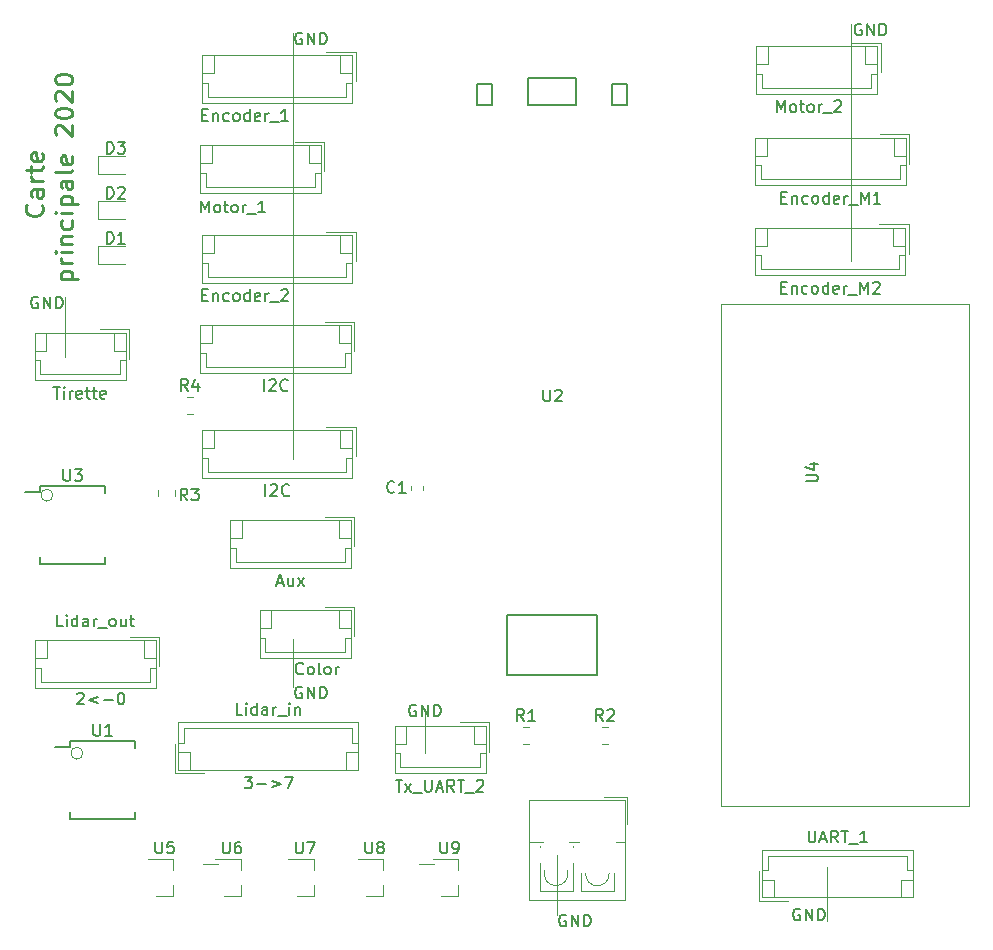
<source format=gbr>
G04 #@! TF.GenerationSoftware,KiCad,Pcbnew,5.1.5*
G04 #@! TF.CreationDate,2020-03-10T21:21:54+01:00*
G04 #@! TF.ProjectId,robotA_2020,726f626f-7441-45f3-9230-32302e6b6963,rev?*
G04 #@! TF.SameCoordinates,Original*
G04 #@! TF.FileFunction,Legend,Top*
G04 #@! TF.FilePolarity,Positive*
%FSLAX46Y46*%
G04 Gerber Fmt 4.6, Leading zero omitted, Abs format (unit mm)*
G04 Created by KiCad (PCBNEW 5.1.5) date 2020-03-10 21:21:54*
%MOMM*%
%LPD*%
G04 APERTURE LIST*
%ADD10C,0.220000*%
%ADD11C,0.150000*%
%ADD12C,0.120000*%
G04 APERTURE END LIST*
D10*
X125030714Y-82077428D02*
X125102142Y-82148857D01*
X125173571Y-82363142D01*
X125173571Y-82506000D01*
X125102142Y-82720285D01*
X124959285Y-82863142D01*
X124816428Y-82934571D01*
X124530714Y-83006000D01*
X124316428Y-83006000D01*
X124030714Y-82934571D01*
X123887857Y-82863142D01*
X123745000Y-82720285D01*
X123673571Y-82506000D01*
X123673571Y-82363142D01*
X123745000Y-82148857D01*
X123816428Y-82077428D01*
X125173571Y-80791714D02*
X124387857Y-80791714D01*
X124245000Y-80863142D01*
X124173571Y-81006000D01*
X124173571Y-81291714D01*
X124245000Y-81434571D01*
X125102142Y-80791714D02*
X125173571Y-80934571D01*
X125173571Y-81291714D01*
X125102142Y-81434571D01*
X124959285Y-81506000D01*
X124816428Y-81506000D01*
X124673571Y-81434571D01*
X124602142Y-81291714D01*
X124602142Y-80934571D01*
X124530714Y-80791714D01*
X125173571Y-80077428D02*
X124173571Y-80077428D01*
X124459285Y-80077428D02*
X124316428Y-80006000D01*
X124245000Y-79934571D01*
X124173571Y-79791714D01*
X124173571Y-79648857D01*
X124173571Y-79363142D02*
X124173571Y-78791714D01*
X123673571Y-79148857D02*
X124959285Y-79148857D01*
X125102142Y-79077428D01*
X125173571Y-78934571D01*
X125173571Y-78791714D01*
X125102142Y-77720285D02*
X125173571Y-77863142D01*
X125173571Y-78148857D01*
X125102142Y-78291714D01*
X124959285Y-78363142D01*
X124387857Y-78363142D01*
X124245000Y-78291714D01*
X124173571Y-78148857D01*
X124173571Y-77863142D01*
X124245000Y-77720285D01*
X124387857Y-77648857D01*
X124530714Y-77648857D01*
X124673571Y-78363142D01*
X126643571Y-88398857D02*
X128143571Y-88398857D01*
X126715000Y-88398857D02*
X126643571Y-88256000D01*
X126643571Y-87970285D01*
X126715000Y-87827428D01*
X126786428Y-87756000D01*
X126929285Y-87684571D01*
X127357857Y-87684571D01*
X127500714Y-87756000D01*
X127572142Y-87827428D01*
X127643571Y-87970285D01*
X127643571Y-88256000D01*
X127572142Y-88398857D01*
X127643571Y-87041714D02*
X126643571Y-87041714D01*
X126929285Y-87041714D02*
X126786428Y-86970285D01*
X126715000Y-86898857D01*
X126643571Y-86756000D01*
X126643571Y-86613142D01*
X127643571Y-86113142D02*
X126643571Y-86113142D01*
X126143571Y-86113142D02*
X126215000Y-86184571D01*
X126286428Y-86113142D01*
X126215000Y-86041714D01*
X126143571Y-86113142D01*
X126286428Y-86113142D01*
X126643571Y-85398857D02*
X127643571Y-85398857D01*
X126786428Y-85398857D02*
X126715000Y-85327428D01*
X126643571Y-85184571D01*
X126643571Y-84970285D01*
X126715000Y-84827428D01*
X126857857Y-84756000D01*
X127643571Y-84756000D01*
X127572142Y-83398857D02*
X127643571Y-83541714D01*
X127643571Y-83827428D01*
X127572142Y-83970285D01*
X127500714Y-84041714D01*
X127357857Y-84113142D01*
X126929285Y-84113142D01*
X126786428Y-84041714D01*
X126715000Y-83970285D01*
X126643571Y-83827428D01*
X126643571Y-83541714D01*
X126715000Y-83398857D01*
X127643571Y-82756000D02*
X126643571Y-82756000D01*
X126143571Y-82756000D02*
X126215000Y-82827428D01*
X126286428Y-82756000D01*
X126215000Y-82684571D01*
X126143571Y-82756000D01*
X126286428Y-82756000D01*
X126643571Y-82041714D02*
X128143571Y-82041714D01*
X126715000Y-82041714D02*
X126643571Y-81898857D01*
X126643571Y-81613142D01*
X126715000Y-81470285D01*
X126786428Y-81398857D01*
X126929285Y-81327428D01*
X127357857Y-81327428D01*
X127500714Y-81398857D01*
X127572142Y-81470285D01*
X127643571Y-81613142D01*
X127643571Y-81898857D01*
X127572142Y-82041714D01*
X127643571Y-80041714D02*
X126857857Y-80041714D01*
X126715000Y-80113142D01*
X126643571Y-80256000D01*
X126643571Y-80541714D01*
X126715000Y-80684571D01*
X127572142Y-80041714D02*
X127643571Y-80184571D01*
X127643571Y-80541714D01*
X127572142Y-80684571D01*
X127429285Y-80756000D01*
X127286428Y-80756000D01*
X127143571Y-80684571D01*
X127072142Y-80541714D01*
X127072142Y-80184571D01*
X127000714Y-80041714D01*
X127643571Y-79113142D02*
X127572142Y-79256000D01*
X127429285Y-79327428D01*
X126143571Y-79327428D01*
X127572142Y-77970285D02*
X127643571Y-78113142D01*
X127643571Y-78398857D01*
X127572142Y-78541714D01*
X127429285Y-78613142D01*
X126857857Y-78613142D01*
X126715000Y-78541714D01*
X126643571Y-78398857D01*
X126643571Y-78113142D01*
X126715000Y-77970285D01*
X126857857Y-77898857D01*
X127000714Y-77898857D01*
X127143571Y-78613142D01*
X126286428Y-76184571D02*
X126215000Y-76113142D01*
X126143571Y-75970285D01*
X126143571Y-75613142D01*
X126215000Y-75470285D01*
X126286428Y-75398857D01*
X126429285Y-75327428D01*
X126572142Y-75327428D01*
X126786428Y-75398857D01*
X127643571Y-76256000D01*
X127643571Y-75327428D01*
X126143571Y-74398857D02*
X126143571Y-74256000D01*
X126215000Y-74113142D01*
X126286428Y-74041714D01*
X126429285Y-73970285D01*
X126715000Y-73898857D01*
X127072142Y-73898857D01*
X127357857Y-73970285D01*
X127500714Y-74041714D01*
X127572142Y-74113142D01*
X127643571Y-74256000D01*
X127643571Y-74398857D01*
X127572142Y-74541714D01*
X127500714Y-74613142D01*
X127357857Y-74684571D01*
X127072142Y-74756000D01*
X126715000Y-74756000D01*
X126429285Y-74684571D01*
X126286428Y-74613142D01*
X126215000Y-74541714D01*
X126143571Y-74398857D01*
X126286428Y-73327428D02*
X126215000Y-73256000D01*
X126143571Y-73113142D01*
X126143571Y-72756000D01*
X126215000Y-72613142D01*
X126286428Y-72541714D01*
X126429285Y-72470285D01*
X126572142Y-72470285D01*
X126786428Y-72541714D01*
X127643571Y-73398857D01*
X127643571Y-72470285D01*
X126143571Y-71541714D02*
X126143571Y-71398857D01*
X126215000Y-71256000D01*
X126286428Y-71184571D01*
X126429285Y-71113142D01*
X126715000Y-71041714D01*
X127072142Y-71041714D01*
X127357857Y-71113142D01*
X127500714Y-71184571D01*
X127572142Y-71256000D01*
X127643571Y-71398857D01*
X127643571Y-71541714D01*
X127572142Y-71684571D01*
X127500714Y-71756000D01*
X127357857Y-71827428D01*
X127072142Y-71898857D01*
X126715000Y-71898857D01*
X126429285Y-71827428D01*
X126286428Y-71756000D01*
X126215000Y-71684571D01*
X126143571Y-71541714D01*
D11*
X128048000Y-123499619D02*
X128095619Y-123452000D01*
X128190857Y-123404380D01*
X128428952Y-123404380D01*
X128524190Y-123452000D01*
X128571809Y-123499619D01*
X128619428Y-123594857D01*
X128619428Y-123690095D01*
X128571809Y-123832952D01*
X128000380Y-124404380D01*
X128619428Y-124404380D01*
X129809904Y-123737714D02*
X129048000Y-124023428D01*
X129809904Y-124309142D01*
X130286095Y-124023428D02*
X131048000Y-124023428D01*
X131714666Y-123404380D02*
X131809904Y-123404380D01*
X131905142Y-123452000D01*
X131952761Y-123499619D01*
X132000380Y-123594857D01*
X132048000Y-123785333D01*
X132048000Y-124023428D01*
X132000380Y-124213904D01*
X131952761Y-124309142D01*
X131905142Y-124356761D01*
X131809904Y-124404380D01*
X131714666Y-124404380D01*
X131619428Y-124356761D01*
X131571809Y-124309142D01*
X131524190Y-124213904D01*
X131476571Y-124023428D01*
X131476571Y-123785333D01*
X131524190Y-123594857D01*
X131571809Y-123499619D01*
X131619428Y-123452000D01*
X131714666Y-123404380D01*
X142224380Y-130516380D02*
X142843428Y-130516380D01*
X142510095Y-130897333D01*
X142652952Y-130897333D01*
X142748190Y-130944952D01*
X142795809Y-130992571D01*
X142843428Y-131087809D01*
X142843428Y-131325904D01*
X142795809Y-131421142D01*
X142748190Y-131468761D01*
X142652952Y-131516380D01*
X142367238Y-131516380D01*
X142272000Y-131468761D01*
X142224380Y-131421142D01*
X143272000Y-131135428D02*
X144033904Y-131135428D01*
X144510095Y-130849714D02*
X145272000Y-131135428D01*
X144510095Y-131421142D01*
X145652952Y-130516380D02*
X146319619Y-130516380D01*
X145891047Y-131516380D01*
D12*
X125984000Y-106680000D02*
G75*
G03X125984000Y-106680000I-508000J0D01*
G01*
X128524000Y-128524000D02*
G75*
G03X128524000Y-128524000I-508000J0D01*
G01*
D11*
X156718095Y-124468000D02*
X156622857Y-124420380D01*
X156480000Y-124420380D01*
X156337142Y-124468000D01*
X156241904Y-124563238D01*
X156194285Y-124658476D01*
X156146666Y-124848952D01*
X156146666Y-124991809D01*
X156194285Y-125182285D01*
X156241904Y-125277523D01*
X156337142Y-125372761D01*
X156480000Y-125420380D01*
X156575238Y-125420380D01*
X156718095Y-125372761D01*
X156765714Y-125325142D01*
X156765714Y-124991809D01*
X156575238Y-124991809D01*
X157194285Y-125420380D02*
X157194285Y-124420380D01*
X157765714Y-125420380D01*
X157765714Y-124420380D01*
X158241904Y-125420380D02*
X158241904Y-124420380D01*
X158480000Y-124420380D01*
X158622857Y-124468000D01*
X158718095Y-124563238D01*
X158765714Y-124658476D01*
X158813333Y-124848952D01*
X158813333Y-124991809D01*
X158765714Y-125182285D01*
X158718095Y-125277523D01*
X158622857Y-125372761D01*
X158480000Y-125420380D01*
X158241904Y-125420380D01*
D12*
X158242000Y-137922000D02*
X156972000Y-137922000D01*
X139954000Y-137922000D02*
X138684000Y-137922000D01*
D11*
X124714095Y-89924000D02*
X124618857Y-89876380D01*
X124476000Y-89876380D01*
X124333142Y-89924000D01*
X124237904Y-90019238D01*
X124190285Y-90114476D01*
X124142666Y-90304952D01*
X124142666Y-90447809D01*
X124190285Y-90638285D01*
X124237904Y-90733523D01*
X124333142Y-90828761D01*
X124476000Y-90876380D01*
X124571238Y-90876380D01*
X124714095Y-90828761D01*
X124761714Y-90781142D01*
X124761714Y-90447809D01*
X124571238Y-90447809D01*
X125190285Y-90876380D02*
X125190285Y-89876380D01*
X125761714Y-90876380D01*
X125761714Y-89876380D01*
X126237904Y-90876380D02*
X126237904Y-89876380D01*
X126476000Y-89876380D01*
X126618857Y-89924000D01*
X126714095Y-90019238D01*
X126761714Y-90114476D01*
X126809333Y-90304952D01*
X126809333Y-90447809D01*
X126761714Y-90638285D01*
X126714095Y-90733523D01*
X126618857Y-90828761D01*
X126476000Y-90876380D01*
X126237904Y-90876380D01*
D12*
X127000000Y-94996000D02*
X127000000Y-89916000D01*
D11*
X169418095Y-142248000D02*
X169322857Y-142200380D01*
X169180000Y-142200380D01*
X169037142Y-142248000D01*
X168941904Y-142343238D01*
X168894285Y-142438476D01*
X168846666Y-142628952D01*
X168846666Y-142771809D01*
X168894285Y-142962285D01*
X168941904Y-143057523D01*
X169037142Y-143152761D01*
X169180000Y-143200380D01*
X169275238Y-143200380D01*
X169418095Y-143152761D01*
X169465714Y-143105142D01*
X169465714Y-142771809D01*
X169275238Y-142771809D01*
X169894285Y-143200380D02*
X169894285Y-142200380D01*
X170465714Y-143200380D01*
X170465714Y-142200380D01*
X170941904Y-143200380D02*
X170941904Y-142200380D01*
X171180000Y-142200380D01*
X171322857Y-142248000D01*
X171418095Y-142343238D01*
X171465714Y-142438476D01*
X171513333Y-142628952D01*
X171513333Y-142771809D01*
X171465714Y-142962285D01*
X171418095Y-143057523D01*
X171322857Y-143152761D01*
X171180000Y-143200380D01*
X170941904Y-143200380D01*
X189230095Y-141740000D02*
X189134857Y-141692380D01*
X188992000Y-141692380D01*
X188849142Y-141740000D01*
X188753904Y-141835238D01*
X188706285Y-141930476D01*
X188658666Y-142120952D01*
X188658666Y-142263809D01*
X188706285Y-142454285D01*
X188753904Y-142549523D01*
X188849142Y-142644761D01*
X188992000Y-142692380D01*
X189087238Y-142692380D01*
X189230095Y-142644761D01*
X189277714Y-142597142D01*
X189277714Y-142263809D01*
X189087238Y-142263809D01*
X189706285Y-142692380D02*
X189706285Y-141692380D01*
X190277714Y-142692380D01*
X190277714Y-141692380D01*
X190753904Y-142692380D02*
X190753904Y-141692380D01*
X190992000Y-141692380D01*
X191134857Y-141740000D01*
X191230095Y-141835238D01*
X191277714Y-141930476D01*
X191325333Y-142120952D01*
X191325333Y-142263809D01*
X191277714Y-142454285D01*
X191230095Y-142549523D01*
X191134857Y-142644761D01*
X190992000Y-142692380D01*
X190753904Y-142692380D01*
X147066095Y-122944000D02*
X146970857Y-122896380D01*
X146828000Y-122896380D01*
X146685142Y-122944000D01*
X146589904Y-123039238D01*
X146542285Y-123134476D01*
X146494666Y-123324952D01*
X146494666Y-123467809D01*
X146542285Y-123658285D01*
X146589904Y-123753523D01*
X146685142Y-123848761D01*
X146828000Y-123896380D01*
X146923238Y-123896380D01*
X147066095Y-123848761D01*
X147113714Y-123801142D01*
X147113714Y-123467809D01*
X146923238Y-123467809D01*
X147542285Y-123896380D02*
X147542285Y-122896380D01*
X148113714Y-123896380D01*
X148113714Y-122896380D01*
X148589904Y-123896380D02*
X148589904Y-122896380D01*
X148828000Y-122896380D01*
X148970857Y-122944000D01*
X149066095Y-123039238D01*
X149113714Y-123134476D01*
X149161333Y-123324952D01*
X149161333Y-123467809D01*
X149113714Y-123658285D01*
X149066095Y-123753523D01*
X148970857Y-123848761D01*
X148828000Y-123896380D01*
X148589904Y-123896380D01*
D12*
X146304000Y-71628000D02*
X146304000Y-67564000D01*
D11*
X147066095Y-67572000D02*
X146970857Y-67524380D01*
X146828000Y-67524380D01*
X146685142Y-67572000D01*
X146589904Y-67667238D01*
X146542285Y-67762476D01*
X146494666Y-67952952D01*
X146494666Y-68095809D01*
X146542285Y-68286285D01*
X146589904Y-68381523D01*
X146685142Y-68476761D01*
X146828000Y-68524380D01*
X146923238Y-68524380D01*
X147066095Y-68476761D01*
X147113714Y-68429142D01*
X147113714Y-68095809D01*
X146923238Y-68095809D01*
X147542285Y-68524380D02*
X147542285Y-67524380D01*
X148113714Y-68524380D01*
X148113714Y-67524380D01*
X148589904Y-68524380D02*
X148589904Y-67524380D01*
X148828000Y-67524380D01*
X148970857Y-67572000D01*
X149066095Y-67667238D01*
X149113714Y-67762476D01*
X149161333Y-67952952D01*
X149161333Y-68095809D01*
X149113714Y-68286285D01*
X149066095Y-68381523D01*
X148970857Y-68476761D01*
X148828000Y-68524380D01*
X148589904Y-68524380D01*
X194437095Y-66810000D02*
X194341857Y-66762380D01*
X194199000Y-66762380D01*
X194056142Y-66810000D01*
X193960904Y-66905238D01*
X193913285Y-67000476D01*
X193865666Y-67190952D01*
X193865666Y-67333809D01*
X193913285Y-67524285D01*
X193960904Y-67619523D01*
X194056142Y-67714761D01*
X194199000Y-67762380D01*
X194294238Y-67762380D01*
X194437095Y-67714761D01*
X194484714Y-67667142D01*
X194484714Y-67333809D01*
X194294238Y-67333809D01*
X194913285Y-67762380D02*
X194913285Y-66762380D01*
X195484714Y-67762380D01*
X195484714Y-66762380D01*
X195960904Y-67762380D02*
X195960904Y-66762380D01*
X196199000Y-66762380D01*
X196341857Y-66810000D01*
X196437095Y-66905238D01*
X196484714Y-67000476D01*
X196532333Y-67190952D01*
X196532333Y-67333809D01*
X196484714Y-67524285D01*
X196437095Y-67619523D01*
X196341857Y-67714761D01*
X196199000Y-67762380D01*
X195960904Y-67762380D01*
D12*
X193548000Y-66802000D02*
X193548000Y-86868000D01*
X191516000Y-138176000D02*
X191516000Y-142748000D01*
X168656000Y-137160000D02*
X168656000Y-142240000D01*
X157480000Y-128524000D02*
X157480000Y-124968000D01*
X146304000Y-118872000D02*
X146304000Y-122936000D01*
X146304000Y-87376000D02*
X146304000Y-103632000D01*
X146304000Y-79248000D02*
X146304000Y-87376000D01*
X146304000Y-71628000D02*
X146304000Y-79248000D01*
X198490000Y-76130000D02*
X195990000Y-76130000D01*
X198490000Y-78630000D02*
X198490000Y-76130000D01*
X186470000Y-77930000D02*
X186470000Y-76430000D01*
X185470000Y-77930000D02*
X186470000Y-77930000D01*
X197190000Y-77930000D02*
X197190000Y-76430000D01*
X198190000Y-77930000D02*
X197190000Y-77930000D01*
X185970000Y-78740000D02*
X185470000Y-78740000D01*
X185970000Y-79950000D02*
X185970000Y-78740000D01*
X197690000Y-79950000D02*
X185970000Y-79950000D01*
X197690000Y-78740000D02*
X197690000Y-79950000D01*
X198190000Y-78740000D02*
X197690000Y-78740000D01*
X185470000Y-80450000D02*
X198190000Y-80450000D01*
X185470000Y-76430000D02*
X185470000Y-80450000D01*
X198190000Y-76430000D02*
X185470000Y-76430000D01*
X198190000Y-80450000D02*
X198190000Y-76430000D01*
X136185000Y-140645000D02*
X136185000Y-139715000D01*
X136185000Y-137485000D02*
X136185000Y-138415000D01*
X136185000Y-137485000D02*
X134025000Y-137485000D01*
X136185000Y-140645000D02*
X134725000Y-140645000D01*
X198150000Y-88070000D02*
X198150000Y-84050000D01*
X198150000Y-84050000D02*
X185430000Y-84050000D01*
X185430000Y-84050000D02*
X185430000Y-88070000D01*
X185430000Y-88070000D02*
X198150000Y-88070000D01*
X198150000Y-86360000D02*
X197650000Y-86360000D01*
X197650000Y-86360000D02*
X197650000Y-87570000D01*
X197650000Y-87570000D02*
X185930000Y-87570000D01*
X185930000Y-87570000D02*
X185930000Y-86360000D01*
X185930000Y-86360000D02*
X185430000Y-86360000D01*
X198150000Y-85550000D02*
X197150000Y-85550000D01*
X197150000Y-85550000D02*
X197150000Y-84050000D01*
X185430000Y-85550000D02*
X186430000Y-85550000D01*
X186430000Y-85550000D02*
X186430000Y-84050000D01*
X198450000Y-86250000D02*
X198450000Y-83750000D01*
X198450000Y-83750000D02*
X195950000Y-83750000D01*
X182540000Y-133010000D02*
X182540000Y-90510000D01*
X182540000Y-90510000D02*
X203540000Y-90510000D01*
X203540000Y-90510000D02*
X203540000Y-133010000D01*
X203540000Y-133010000D02*
X182540000Y-133010000D01*
D11*
X173355000Y-71882000D02*
X173355000Y-73660000D01*
X174625000Y-71882000D02*
X173355000Y-71882000D01*
X174625000Y-73660000D02*
X174625000Y-71882000D01*
X173355000Y-73660000D02*
X174625000Y-73660000D01*
X161925000Y-71882000D02*
X161925000Y-73660000D01*
X163195000Y-71882000D02*
X161925000Y-71882000D01*
X163195000Y-73660000D02*
X163195000Y-71882000D01*
X161925000Y-73660000D02*
X163195000Y-73660000D01*
X166243000Y-71374000D02*
X170307000Y-71374000D01*
X166243000Y-73660000D02*
X166243000Y-71374000D01*
X170307000Y-73660000D02*
X166243000Y-73660000D01*
X170307000Y-71374000D02*
X170307000Y-73660000D01*
X172085000Y-116840000D02*
X172085000Y-121920000D01*
X164465000Y-116840000D02*
X172085000Y-116840000D01*
X164465000Y-121920000D02*
X164465000Y-116840000D01*
X172085000Y-121920000D02*
X164465000Y-121920000D01*
D12*
X185765000Y-141040000D02*
X188265000Y-141040000D01*
X185765000Y-138540000D02*
X185765000Y-141040000D01*
X197785000Y-139240000D02*
X197785000Y-140740000D01*
X198785000Y-139240000D02*
X197785000Y-139240000D01*
X187065000Y-139240000D02*
X187065000Y-140740000D01*
X186065000Y-139240000D02*
X187065000Y-139240000D01*
X198285000Y-138430000D02*
X198785000Y-138430000D01*
X198285000Y-137220000D02*
X198285000Y-138430000D01*
X186565000Y-137220000D02*
X198285000Y-137220000D01*
X186565000Y-138430000D02*
X186565000Y-137220000D01*
X186065000Y-138430000D02*
X186565000Y-138430000D01*
X198785000Y-136720000D02*
X186065000Y-136720000D01*
X198785000Y-140740000D02*
X198785000Y-136720000D01*
X186065000Y-140740000D02*
X198785000Y-140740000D01*
X186065000Y-136720000D02*
X186065000Y-140740000D01*
X157355000Y-106216267D02*
X157355000Y-105873733D01*
X156335000Y-106216267D02*
X156335000Y-105873733D01*
X151620000Y-69145000D02*
X149120000Y-69145000D01*
X151620000Y-71645000D02*
X151620000Y-69145000D01*
X139600000Y-70945000D02*
X139600000Y-69445000D01*
X138600000Y-70945000D02*
X139600000Y-70945000D01*
X150320000Y-70945000D02*
X150320000Y-69445000D01*
X151320000Y-70945000D02*
X150320000Y-70945000D01*
X139100000Y-71755000D02*
X138600000Y-71755000D01*
X139100000Y-72965000D02*
X139100000Y-71755000D01*
X150820000Y-72965000D02*
X139100000Y-72965000D01*
X150820000Y-71755000D02*
X150820000Y-72965000D01*
X151320000Y-71755000D02*
X150820000Y-71755000D01*
X138600000Y-73465000D02*
X151320000Y-73465000D01*
X138600000Y-69445000D02*
X138600000Y-73465000D01*
X151320000Y-69445000D02*
X138600000Y-69445000D01*
X151320000Y-73465000D02*
X151320000Y-69445000D01*
X132092500Y-85625000D02*
X129807500Y-85625000D01*
X129807500Y-85625000D02*
X129807500Y-87095000D01*
X129807500Y-87095000D02*
X132092500Y-87095000D01*
X129807500Y-83285000D02*
X132092500Y-83285000D01*
X129807500Y-81815000D02*
X129807500Y-83285000D01*
X132092500Y-81815000D02*
X129807500Y-81815000D01*
X132092500Y-78005000D02*
X129807500Y-78005000D01*
X129807500Y-78005000D02*
X129807500Y-79475000D01*
X129807500Y-79475000D02*
X132092500Y-79475000D01*
X151320000Y-105215000D02*
X151320000Y-101195000D01*
X151320000Y-101195000D02*
X138600000Y-101195000D01*
X138600000Y-101195000D02*
X138600000Y-105215000D01*
X138600000Y-105215000D02*
X151320000Y-105215000D01*
X151320000Y-103505000D02*
X150820000Y-103505000D01*
X150820000Y-103505000D02*
X150820000Y-104715000D01*
X150820000Y-104715000D02*
X139100000Y-104715000D01*
X139100000Y-104715000D02*
X139100000Y-103505000D01*
X139100000Y-103505000D02*
X138600000Y-103505000D01*
X151320000Y-102695000D02*
X150320000Y-102695000D01*
X150320000Y-102695000D02*
X150320000Y-101195000D01*
X138600000Y-102695000D02*
X139600000Y-102695000D01*
X139600000Y-102695000D02*
X139600000Y-101195000D01*
X151620000Y-103395000D02*
X151620000Y-100895000D01*
X151620000Y-100895000D02*
X149120000Y-100895000D01*
X148960000Y-76765000D02*
X146460000Y-76765000D01*
X148960000Y-79265000D02*
X148960000Y-76765000D01*
X139440000Y-78565000D02*
X139440000Y-77065000D01*
X138440000Y-78565000D02*
X139440000Y-78565000D01*
X147660000Y-78565000D02*
X147660000Y-77065000D01*
X148660000Y-78565000D02*
X147660000Y-78565000D01*
X138940000Y-79375000D02*
X138440000Y-79375000D01*
X138940000Y-80585000D02*
X138940000Y-79375000D01*
X148160000Y-80585000D02*
X138940000Y-80585000D01*
X148160000Y-79375000D02*
X148160000Y-80585000D01*
X148660000Y-79375000D02*
X148160000Y-79375000D01*
X138440000Y-81085000D02*
X148660000Y-81085000D01*
X138440000Y-77065000D02*
X138440000Y-81085000D01*
X148660000Y-77065000D02*
X138440000Y-77065000D01*
X148660000Y-81085000D02*
X148660000Y-77065000D01*
X195777000Y-72703000D02*
X195777000Y-68683000D01*
X195777000Y-68683000D02*
X185557000Y-68683000D01*
X185557000Y-68683000D02*
X185557000Y-72703000D01*
X185557000Y-72703000D02*
X195777000Y-72703000D01*
X195777000Y-70993000D02*
X195277000Y-70993000D01*
X195277000Y-70993000D02*
X195277000Y-72203000D01*
X195277000Y-72203000D02*
X186057000Y-72203000D01*
X186057000Y-72203000D02*
X186057000Y-70993000D01*
X186057000Y-70993000D02*
X185557000Y-70993000D01*
X195777000Y-70183000D02*
X194777000Y-70183000D01*
X194777000Y-70183000D02*
X194777000Y-68683000D01*
X185557000Y-70183000D02*
X186557000Y-70183000D01*
X186557000Y-70183000D02*
X186557000Y-68683000D01*
X196077000Y-70883000D02*
X196077000Y-68383000D01*
X196077000Y-68383000D02*
X193577000Y-68383000D01*
X151320000Y-88705000D02*
X151320000Y-84685000D01*
X151320000Y-84685000D02*
X138600000Y-84685000D01*
X138600000Y-84685000D02*
X138600000Y-88705000D01*
X138600000Y-88705000D02*
X151320000Y-88705000D01*
X151320000Y-86995000D02*
X150820000Y-86995000D01*
X150820000Y-86995000D02*
X150820000Y-88205000D01*
X150820000Y-88205000D02*
X139100000Y-88205000D01*
X139100000Y-88205000D02*
X139100000Y-86995000D01*
X139100000Y-86995000D02*
X138600000Y-86995000D01*
X151320000Y-86185000D02*
X150320000Y-86185000D01*
X150320000Y-86185000D02*
X150320000Y-84685000D01*
X138600000Y-86185000D02*
X139600000Y-86185000D01*
X139600000Y-86185000D02*
X139600000Y-84685000D01*
X151620000Y-86885000D02*
X151620000Y-84385000D01*
X151620000Y-84385000D02*
X149120000Y-84385000D01*
X151200000Y-112835000D02*
X151200000Y-108815000D01*
X151200000Y-108815000D02*
X140980000Y-108815000D01*
X140980000Y-108815000D02*
X140980000Y-112835000D01*
X140980000Y-112835000D02*
X151200000Y-112835000D01*
X151200000Y-111125000D02*
X150700000Y-111125000D01*
X150700000Y-111125000D02*
X150700000Y-112335000D01*
X150700000Y-112335000D02*
X141480000Y-112335000D01*
X141480000Y-112335000D02*
X141480000Y-111125000D01*
X141480000Y-111125000D02*
X140980000Y-111125000D01*
X151200000Y-110315000D02*
X150200000Y-110315000D01*
X150200000Y-110315000D02*
X150200000Y-108815000D01*
X140980000Y-110315000D02*
X141980000Y-110315000D01*
X141980000Y-110315000D02*
X141980000Y-108815000D01*
X151500000Y-111015000D02*
X151500000Y-108515000D01*
X151500000Y-108515000D02*
X149000000Y-108515000D01*
X173082890Y-138689434D02*
G75*
G02X171087000Y-138691000I-997890J-70566D01*
G01*
X169524915Y-138417767D02*
G75*
G02X167645000Y-138418000I-939915J-342233D01*
G01*
X174395000Y-136059000D02*
X173625000Y-136059000D01*
X170545000Y-136059000D02*
X169718000Y-136059000D01*
X167451000Y-136059000D02*
X166275000Y-136059000D01*
X174395000Y-140920000D02*
X166275000Y-140920000D01*
X174395000Y-132500000D02*
X166275000Y-132500000D01*
X174395000Y-140920000D02*
X174395000Y-132500000D01*
X166275000Y-140920000D02*
X166275000Y-132500000D01*
X173485000Y-140160000D02*
X170685000Y-140160000D01*
X173485000Y-140160000D02*
X173485000Y-138700000D01*
X170685000Y-140160000D02*
X170685000Y-138700000D01*
X169985000Y-140160000D02*
X167185000Y-140160000D01*
X169985000Y-136410000D02*
X169984000Y-136410000D01*
X167185000Y-136410000D02*
X167185000Y-136410000D01*
X169985000Y-140160000D02*
X169985000Y-137849000D01*
X169985000Y-136471000D02*
X169985000Y-136410000D01*
X167185000Y-140160000D02*
X167185000Y-137849000D01*
X167185000Y-136471000D02*
X167185000Y-136410000D01*
X174635000Y-134500000D02*
X174635000Y-132260000D01*
X174635000Y-132260000D02*
X172635000Y-132260000D01*
X151200000Y-96325000D02*
X151200000Y-92305000D01*
X151200000Y-92305000D02*
X138480000Y-92305000D01*
X138480000Y-92305000D02*
X138480000Y-96325000D01*
X138480000Y-96325000D02*
X151200000Y-96325000D01*
X151200000Y-94615000D02*
X150700000Y-94615000D01*
X150700000Y-94615000D02*
X150700000Y-95825000D01*
X150700000Y-95825000D02*
X138980000Y-95825000D01*
X138980000Y-95825000D02*
X138980000Y-94615000D01*
X138980000Y-94615000D02*
X138480000Y-94615000D01*
X151200000Y-93805000D02*
X150200000Y-93805000D01*
X150200000Y-93805000D02*
X150200000Y-92305000D01*
X138480000Y-93805000D02*
X139480000Y-93805000D01*
X139480000Y-93805000D02*
X139480000Y-92305000D01*
X151500000Y-94505000D02*
X151500000Y-92005000D01*
X151500000Y-92005000D02*
X149000000Y-92005000D01*
X136615000Y-125925000D02*
X136615000Y-129945000D01*
X136615000Y-129945000D02*
X151835000Y-129945000D01*
X151835000Y-129945000D02*
X151835000Y-125925000D01*
X151835000Y-125925000D02*
X136615000Y-125925000D01*
X136615000Y-127635000D02*
X137115000Y-127635000D01*
X137115000Y-127635000D02*
X137115000Y-126425000D01*
X137115000Y-126425000D02*
X151335000Y-126425000D01*
X151335000Y-126425000D02*
X151335000Y-127635000D01*
X151335000Y-127635000D02*
X151835000Y-127635000D01*
X136615000Y-128445000D02*
X137615000Y-128445000D01*
X137615000Y-128445000D02*
X137615000Y-129945000D01*
X151835000Y-128445000D02*
X150835000Y-128445000D01*
X150835000Y-128445000D02*
X150835000Y-129945000D01*
X136315000Y-127745000D02*
X136315000Y-130245000D01*
X136315000Y-130245000D02*
X138815000Y-130245000D01*
X165778922Y-127710000D02*
X166296078Y-127710000D01*
X165778922Y-126290000D02*
X166296078Y-126290000D01*
X172461422Y-126290000D02*
X172978578Y-126290000D01*
X172461422Y-127710000D02*
X172978578Y-127710000D01*
D11*
X127400000Y-127535000D02*
X127400000Y-128010000D01*
X132950000Y-127535000D02*
X132950000Y-128110000D01*
X132950000Y-134085000D02*
X132950000Y-133510000D01*
X127400000Y-134085000D02*
X127400000Y-133510000D01*
X127400000Y-127535000D02*
X132950000Y-127535000D01*
X127400000Y-134085000D02*
X132950000Y-134085000D01*
X127400000Y-128010000D02*
X126125000Y-128010000D01*
X124860000Y-106420000D02*
X123585000Y-106420000D01*
X124860000Y-112495000D02*
X130410000Y-112495000D01*
X124860000Y-105945000D02*
X130410000Y-105945000D01*
X124860000Y-112495000D02*
X124860000Y-111920000D01*
X130410000Y-112495000D02*
X130410000Y-111920000D01*
X130410000Y-105945000D02*
X130410000Y-106520000D01*
X124860000Y-105945000D02*
X124860000Y-106420000D01*
D12*
X141900000Y-140645000D02*
X140440000Y-140645000D01*
X141900000Y-137485000D02*
X139740000Y-137485000D01*
X141900000Y-137485000D02*
X141900000Y-138415000D01*
X141900000Y-140645000D02*
X141900000Y-139715000D01*
X148080000Y-140645000D02*
X146620000Y-140645000D01*
X148080000Y-137485000D02*
X145920000Y-137485000D01*
X148080000Y-137485000D02*
X148080000Y-138415000D01*
X148080000Y-140645000D02*
X148080000Y-139715000D01*
X153965000Y-140645000D02*
X153965000Y-139715000D01*
X153965000Y-137485000D02*
X153965000Y-138415000D01*
X153965000Y-137485000D02*
X151805000Y-137485000D01*
X153965000Y-140645000D02*
X152505000Y-140645000D01*
X160315000Y-140645000D02*
X158855000Y-140645000D01*
X160315000Y-137485000D02*
X158155000Y-137485000D01*
X160315000Y-137485000D02*
X160315000Y-138415000D01*
X160315000Y-140645000D02*
X160315000Y-139715000D01*
X134690000Y-122995000D02*
X134690000Y-118975000D01*
X134690000Y-118975000D02*
X124470000Y-118975000D01*
X124470000Y-118975000D02*
X124470000Y-122995000D01*
X124470000Y-122995000D02*
X134690000Y-122995000D01*
X134690000Y-121285000D02*
X134190000Y-121285000D01*
X134190000Y-121285000D02*
X134190000Y-122495000D01*
X134190000Y-122495000D02*
X124970000Y-122495000D01*
X124970000Y-122495000D02*
X124970000Y-121285000D01*
X124970000Y-121285000D02*
X124470000Y-121285000D01*
X134690000Y-120475000D02*
X133690000Y-120475000D01*
X133690000Y-120475000D02*
X133690000Y-118975000D01*
X124470000Y-120475000D02*
X125470000Y-120475000D01*
X125470000Y-120475000D02*
X125470000Y-118975000D01*
X134990000Y-121175000D02*
X134990000Y-118675000D01*
X134990000Y-118675000D02*
X132490000Y-118675000D01*
X151200000Y-120455000D02*
X151200000Y-116435000D01*
X151200000Y-116435000D02*
X143480000Y-116435000D01*
X143480000Y-116435000D02*
X143480000Y-120455000D01*
X143480000Y-120455000D02*
X151200000Y-120455000D01*
X151200000Y-118745000D02*
X150700000Y-118745000D01*
X150700000Y-118745000D02*
X150700000Y-119955000D01*
X150700000Y-119955000D02*
X143980000Y-119955000D01*
X143980000Y-119955000D02*
X143980000Y-118745000D01*
X143980000Y-118745000D02*
X143480000Y-118745000D01*
X151200000Y-117935000D02*
X150200000Y-117935000D01*
X150200000Y-117935000D02*
X150200000Y-116435000D01*
X143480000Y-117935000D02*
X144480000Y-117935000D01*
X144480000Y-117935000D02*
X144480000Y-116435000D01*
X151500000Y-118635000D02*
X151500000Y-116135000D01*
X151500000Y-116135000D02*
X149000000Y-116135000D01*
X132450000Y-92640000D02*
X129950000Y-92640000D01*
X132450000Y-95140000D02*
X132450000Y-92640000D01*
X125430000Y-94440000D02*
X125430000Y-92940000D01*
X124430000Y-94440000D02*
X125430000Y-94440000D01*
X131150000Y-94440000D02*
X131150000Y-92940000D01*
X132150000Y-94440000D02*
X131150000Y-94440000D01*
X124930000Y-95250000D02*
X124430000Y-95250000D01*
X124930000Y-96460000D02*
X124930000Y-95250000D01*
X131650000Y-96460000D02*
X124930000Y-96460000D01*
X131650000Y-95250000D02*
X131650000Y-96460000D01*
X132150000Y-95250000D02*
X131650000Y-95250000D01*
X124430000Y-96960000D02*
X132150000Y-96960000D01*
X124430000Y-92940000D02*
X124430000Y-96960000D01*
X132150000Y-92940000D02*
X124430000Y-92940000D01*
X132150000Y-96960000D02*
X132150000Y-92940000D01*
X162630000Y-130234000D02*
X162630000Y-126214000D01*
X162630000Y-126214000D02*
X154910000Y-126214000D01*
X154910000Y-126214000D02*
X154910000Y-130234000D01*
X154910000Y-130234000D02*
X162630000Y-130234000D01*
X162630000Y-128524000D02*
X162130000Y-128524000D01*
X162130000Y-128524000D02*
X162130000Y-129734000D01*
X162130000Y-129734000D02*
X155410000Y-129734000D01*
X155410000Y-129734000D02*
X155410000Y-128524000D01*
X155410000Y-128524000D02*
X154910000Y-128524000D01*
X162630000Y-127714000D02*
X161630000Y-127714000D01*
X161630000Y-127714000D02*
X161630000Y-126214000D01*
X154910000Y-127714000D02*
X155910000Y-127714000D01*
X155910000Y-127714000D02*
X155910000Y-126214000D01*
X162930000Y-128414000D02*
X162930000Y-125914000D01*
X162930000Y-125914000D02*
X160430000Y-125914000D01*
X134926000Y-106245922D02*
X134926000Y-106763078D01*
X136346000Y-106245922D02*
X136346000Y-106763078D01*
X137330922Y-98350000D02*
X137848078Y-98350000D01*
X137330922Y-99770000D02*
X137848078Y-99770000D01*
D11*
X187663333Y-81468571D02*
X187996666Y-81468571D01*
X188139523Y-81992380D02*
X187663333Y-81992380D01*
X187663333Y-80992380D01*
X188139523Y-80992380D01*
X188568095Y-81325714D02*
X188568095Y-81992380D01*
X188568095Y-81420952D02*
X188615714Y-81373333D01*
X188710952Y-81325714D01*
X188853809Y-81325714D01*
X188949047Y-81373333D01*
X188996666Y-81468571D01*
X188996666Y-81992380D01*
X189901428Y-81944761D02*
X189806190Y-81992380D01*
X189615714Y-81992380D01*
X189520476Y-81944761D01*
X189472857Y-81897142D01*
X189425238Y-81801904D01*
X189425238Y-81516190D01*
X189472857Y-81420952D01*
X189520476Y-81373333D01*
X189615714Y-81325714D01*
X189806190Y-81325714D01*
X189901428Y-81373333D01*
X190472857Y-81992380D02*
X190377619Y-81944761D01*
X190330000Y-81897142D01*
X190282380Y-81801904D01*
X190282380Y-81516190D01*
X190330000Y-81420952D01*
X190377619Y-81373333D01*
X190472857Y-81325714D01*
X190615714Y-81325714D01*
X190710952Y-81373333D01*
X190758571Y-81420952D01*
X190806190Y-81516190D01*
X190806190Y-81801904D01*
X190758571Y-81897142D01*
X190710952Y-81944761D01*
X190615714Y-81992380D01*
X190472857Y-81992380D01*
X191663333Y-81992380D02*
X191663333Y-80992380D01*
X191663333Y-81944761D02*
X191568095Y-81992380D01*
X191377619Y-81992380D01*
X191282380Y-81944761D01*
X191234761Y-81897142D01*
X191187142Y-81801904D01*
X191187142Y-81516190D01*
X191234761Y-81420952D01*
X191282380Y-81373333D01*
X191377619Y-81325714D01*
X191568095Y-81325714D01*
X191663333Y-81373333D01*
X192520476Y-81944761D02*
X192425238Y-81992380D01*
X192234761Y-81992380D01*
X192139523Y-81944761D01*
X192091904Y-81849523D01*
X192091904Y-81468571D01*
X192139523Y-81373333D01*
X192234761Y-81325714D01*
X192425238Y-81325714D01*
X192520476Y-81373333D01*
X192568095Y-81468571D01*
X192568095Y-81563809D01*
X192091904Y-81659047D01*
X192996666Y-81992380D02*
X192996666Y-81325714D01*
X192996666Y-81516190D02*
X193044285Y-81420952D01*
X193091904Y-81373333D01*
X193187142Y-81325714D01*
X193282380Y-81325714D01*
X193377619Y-82087619D02*
X194139523Y-82087619D01*
X194377619Y-81992380D02*
X194377619Y-80992380D01*
X194710952Y-81706666D01*
X195044285Y-80992380D01*
X195044285Y-81992380D01*
X196044285Y-81992380D02*
X195472857Y-81992380D01*
X195758571Y-81992380D02*
X195758571Y-80992380D01*
X195663333Y-81135238D01*
X195568095Y-81230476D01*
X195472857Y-81278095D01*
X134663095Y-136017380D02*
X134663095Y-136826904D01*
X134710714Y-136922142D01*
X134758333Y-136969761D01*
X134853571Y-137017380D01*
X135044047Y-137017380D01*
X135139285Y-136969761D01*
X135186904Y-136922142D01*
X135234523Y-136826904D01*
X135234523Y-136017380D01*
X136186904Y-136017380D02*
X135710714Y-136017380D01*
X135663095Y-136493571D01*
X135710714Y-136445952D01*
X135805952Y-136398333D01*
X136044047Y-136398333D01*
X136139285Y-136445952D01*
X136186904Y-136493571D01*
X136234523Y-136588809D01*
X136234523Y-136826904D01*
X136186904Y-136922142D01*
X136139285Y-136969761D01*
X136044047Y-137017380D01*
X135805952Y-137017380D01*
X135710714Y-136969761D01*
X135663095Y-136922142D01*
X187623333Y-89088571D02*
X187956666Y-89088571D01*
X188099523Y-89612380D02*
X187623333Y-89612380D01*
X187623333Y-88612380D01*
X188099523Y-88612380D01*
X188528095Y-88945714D02*
X188528095Y-89612380D01*
X188528095Y-89040952D02*
X188575714Y-88993333D01*
X188670952Y-88945714D01*
X188813809Y-88945714D01*
X188909047Y-88993333D01*
X188956666Y-89088571D01*
X188956666Y-89612380D01*
X189861428Y-89564761D02*
X189766190Y-89612380D01*
X189575714Y-89612380D01*
X189480476Y-89564761D01*
X189432857Y-89517142D01*
X189385238Y-89421904D01*
X189385238Y-89136190D01*
X189432857Y-89040952D01*
X189480476Y-88993333D01*
X189575714Y-88945714D01*
X189766190Y-88945714D01*
X189861428Y-88993333D01*
X190432857Y-89612380D02*
X190337619Y-89564761D01*
X190290000Y-89517142D01*
X190242380Y-89421904D01*
X190242380Y-89136190D01*
X190290000Y-89040952D01*
X190337619Y-88993333D01*
X190432857Y-88945714D01*
X190575714Y-88945714D01*
X190670952Y-88993333D01*
X190718571Y-89040952D01*
X190766190Y-89136190D01*
X190766190Y-89421904D01*
X190718571Y-89517142D01*
X190670952Y-89564761D01*
X190575714Y-89612380D01*
X190432857Y-89612380D01*
X191623333Y-89612380D02*
X191623333Y-88612380D01*
X191623333Y-89564761D02*
X191528095Y-89612380D01*
X191337619Y-89612380D01*
X191242380Y-89564761D01*
X191194761Y-89517142D01*
X191147142Y-89421904D01*
X191147142Y-89136190D01*
X191194761Y-89040952D01*
X191242380Y-88993333D01*
X191337619Y-88945714D01*
X191528095Y-88945714D01*
X191623333Y-88993333D01*
X192480476Y-89564761D02*
X192385238Y-89612380D01*
X192194761Y-89612380D01*
X192099523Y-89564761D01*
X192051904Y-89469523D01*
X192051904Y-89088571D01*
X192099523Y-88993333D01*
X192194761Y-88945714D01*
X192385238Y-88945714D01*
X192480476Y-88993333D01*
X192528095Y-89088571D01*
X192528095Y-89183809D01*
X192051904Y-89279047D01*
X192956666Y-89612380D02*
X192956666Y-88945714D01*
X192956666Y-89136190D02*
X193004285Y-89040952D01*
X193051904Y-88993333D01*
X193147142Y-88945714D01*
X193242380Y-88945714D01*
X193337619Y-89707619D02*
X194099523Y-89707619D01*
X194337619Y-89612380D02*
X194337619Y-88612380D01*
X194670952Y-89326666D01*
X195004285Y-88612380D01*
X195004285Y-89612380D01*
X195432857Y-88707619D02*
X195480476Y-88660000D01*
X195575714Y-88612380D01*
X195813809Y-88612380D01*
X195909047Y-88660000D01*
X195956666Y-88707619D01*
X196004285Y-88802857D01*
X196004285Y-88898095D01*
X195956666Y-89040952D01*
X195385238Y-89612380D01*
X196004285Y-89612380D01*
X189742380Y-105521904D02*
X190551904Y-105521904D01*
X190647142Y-105474285D01*
X190694761Y-105426666D01*
X190742380Y-105331428D01*
X190742380Y-105140952D01*
X190694761Y-105045714D01*
X190647142Y-104998095D01*
X190551904Y-104950476D01*
X189742380Y-104950476D01*
X190075714Y-104045714D02*
X190742380Y-104045714D01*
X189694761Y-104283809D02*
X190409047Y-104521904D01*
X190409047Y-103902857D01*
X167513095Y-97750380D02*
X167513095Y-98559904D01*
X167560714Y-98655142D01*
X167608333Y-98702761D01*
X167703571Y-98750380D01*
X167894047Y-98750380D01*
X167989285Y-98702761D01*
X168036904Y-98655142D01*
X168084523Y-98559904D01*
X168084523Y-97750380D01*
X168513095Y-97845619D02*
X168560714Y-97798000D01*
X168655952Y-97750380D01*
X168894047Y-97750380D01*
X168989285Y-97798000D01*
X169036904Y-97845619D01*
X169084523Y-97940857D01*
X169084523Y-98036095D01*
X169036904Y-98178952D01*
X168465476Y-98750380D01*
X169084523Y-98750380D01*
X189972619Y-135082380D02*
X189972619Y-135891904D01*
X190020238Y-135987142D01*
X190067857Y-136034761D01*
X190163095Y-136082380D01*
X190353571Y-136082380D01*
X190448809Y-136034761D01*
X190496428Y-135987142D01*
X190544047Y-135891904D01*
X190544047Y-135082380D01*
X190972619Y-135796666D02*
X191448809Y-135796666D01*
X190877380Y-136082380D02*
X191210714Y-135082380D01*
X191544047Y-136082380D01*
X192448809Y-136082380D02*
X192115476Y-135606190D01*
X191877380Y-136082380D02*
X191877380Y-135082380D01*
X192258333Y-135082380D01*
X192353571Y-135130000D01*
X192401190Y-135177619D01*
X192448809Y-135272857D01*
X192448809Y-135415714D01*
X192401190Y-135510952D01*
X192353571Y-135558571D01*
X192258333Y-135606190D01*
X191877380Y-135606190D01*
X192734523Y-135082380D02*
X193305952Y-135082380D01*
X193020238Y-136082380D02*
X193020238Y-135082380D01*
X193401190Y-136177619D02*
X194163095Y-136177619D01*
X194925000Y-136082380D02*
X194353571Y-136082380D01*
X194639285Y-136082380D02*
X194639285Y-135082380D01*
X194544047Y-135225238D01*
X194448809Y-135320476D01*
X194353571Y-135368095D01*
X154900333Y-106402142D02*
X154852714Y-106449761D01*
X154709857Y-106497380D01*
X154614619Y-106497380D01*
X154471761Y-106449761D01*
X154376523Y-106354523D01*
X154328904Y-106259285D01*
X154281285Y-106068809D01*
X154281285Y-105925952D01*
X154328904Y-105735476D01*
X154376523Y-105640238D01*
X154471761Y-105545000D01*
X154614619Y-105497380D01*
X154709857Y-105497380D01*
X154852714Y-105545000D01*
X154900333Y-105592619D01*
X155852714Y-106497380D02*
X155281285Y-106497380D01*
X155567000Y-106497380D02*
X155567000Y-105497380D01*
X155471761Y-105640238D01*
X155376523Y-105735476D01*
X155281285Y-105783095D01*
X138644761Y-74483571D02*
X138978095Y-74483571D01*
X139120952Y-75007380D02*
X138644761Y-75007380D01*
X138644761Y-74007380D01*
X139120952Y-74007380D01*
X139549523Y-74340714D02*
X139549523Y-75007380D01*
X139549523Y-74435952D02*
X139597142Y-74388333D01*
X139692380Y-74340714D01*
X139835238Y-74340714D01*
X139930476Y-74388333D01*
X139978095Y-74483571D01*
X139978095Y-75007380D01*
X140882857Y-74959761D02*
X140787619Y-75007380D01*
X140597142Y-75007380D01*
X140501904Y-74959761D01*
X140454285Y-74912142D01*
X140406666Y-74816904D01*
X140406666Y-74531190D01*
X140454285Y-74435952D01*
X140501904Y-74388333D01*
X140597142Y-74340714D01*
X140787619Y-74340714D01*
X140882857Y-74388333D01*
X141454285Y-75007380D02*
X141359047Y-74959761D01*
X141311428Y-74912142D01*
X141263809Y-74816904D01*
X141263809Y-74531190D01*
X141311428Y-74435952D01*
X141359047Y-74388333D01*
X141454285Y-74340714D01*
X141597142Y-74340714D01*
X141692380Y-74388333D01*
X141740000Y-74435952D01*
X141787619Y-74531190D01*
X141787619Y-74816904D01*
X141740000Y-74912142D01*
X141692380Y-74959761D01*
X141597142Y-75007380D01*
X141454285Y-75007380D01*
X142644761Y-75007380D02*
X142644761Y-74007380D01*
X142644761Y-74959761D02*
X142549523Y-75007380D01*
X142359047Y-75007380D01*
X142263809Y-74959761D01*
X142216190Y-74912142D01*
X142168571Y-74816904D01*
X142168571Y-74531190D01*
X142216190Y-74435952D01*
X142263809Y-74388333D01*
X142359047Y-74340714D01*
X142549523Y-74340714D01*
X142644761Y-74388333D01*
X143501904Y-74959761D02*
X143406666Y-75007380D01*
X143216190Y-75007380D01*
X143120952Y-74959761D01*
X143073333Y-74864523D01*
X143073333Y-74483571D01*
X143120952Y-74388333D01*
X143216190Y-74340714D01*
X143406666Y-74340714D01*
X143501904Y-74388333D01*
X143549523Y-74483571D01*
X143549523Y-74578809D01*
X143073333Y-74674047D01*
X143978095Y-75007380D02*
X143978095Y-74340714D01*
X143978095Y-74531190D02*
X144025714Y-74435952D01*
X144073333Y-74388333D01*
X144168571Y-74340714D01*
X144263809Y-74340714D01*
X144359047Y-75102619D02*
X145120952Y-75102619D01*
X145882857Y-75007380D02*
X145311428Y-75007380D01*
X145597142Y-75007380D02*
X145597142Y-74007380D01*
X145501904Y-74150238D01*
X145406666Y-74245476D01*
X145311428Y-74293095D01*
X130554404Y-85382380D02*
X130554404Y-84382380D01*
X130792500Y-84382380D01*
X130935357Y-84430000D01*
X131030595Y-84525238D01*
X131078214Y-84620476D01*
X131125833Y-84810952D01*
X131125833Y-84953809D01*
X131078214Y-85144285D01*
X131030595Y-85239523D01*
X130935357Y-85334761D01*
X130792500Y-85382380D01*
X130554404Y-85382380D01*
X132078214Y-85382380D02*
X131506785Y-85382380D01*
X131792500Y-85382380D02*
X131792500Y-84382380D01*
X131697261Y-84525238D01*
X131602023Y-84620476D01*
X131506785Y-84668095D01*
X130554404Y-81572380D02*
X130554404Y-80572380D01*
X130792500Y-80572380D01*
X130935357Y-80620000D01*
X131030595Y-80715238D01*
X131078214Y-80810476D01*
X131125833Y-81000952D01*
X131125833Y-81143809D01*
X131078214Y-81334285D01*
X131030595Y-81429523D01*
X130935357Y-81524761D01*
X130792500Y-81572380D01*
X130554404Y-81572380D01*
X131506785Y-80667619D02*
X131554404Y-80620000D01*
X131649642Y-80572380D01*
X131887738Y-80572380D01*
X131982976Y-80620000D01*
X132030595Y-80667619D01*
X132078214Y-80762857D01*
X132078214Y-80858095D01*
X132030595Y-81000952D01*
X131459166Y-81572380D01*
X132078214Y-81572380D01*
X130554404Y-77762380D02*
X130554404Y-76762380D01*
X130792500Y-76762380D01*
X130935357Y-76810000D01*
X131030595Y-76905238D01*
X131078214Y-77000476D01*
X131125833Y-77190952D01*
X131125833Y-77333809D01*
X131078214Y-77524285D01*
X131030595Y-77619523D01*
X130935357Y-77714761D01*
X130792500Y-77762380D01*
X130554404Y-77762380D01*
X131459166Y-76762380D02*
X132078214Y-76762380D01*
X131744880Y-77143333D01*
X131887738Y-77143333D01*
X131982976Y-77190952D01*
X132030595Y-77238571D01*
X132078214Y-77333809D01*
X132078214Y-77571904D01*
X132030595Y-77667142D01*
X131982976Y-77714761D01*
X131887738Y-77762380D01*
X131602023Y-77762380D01*
X131506785Y-77714761D01*
X131459166Y-77667142D01*
X143983809Y-106757380D02*
X143983809Y-105757380D01*
X144412380Y-105852619D02*
X144460000Y-105805000D01*
X144555238Y-105757380D01*
X144793333Y-105757380D01*
X144888571Y-105805000D01*
X144936190Y-105852619D01*
X144983809Y-105947857D01*
X144983809Y-106043095D01*
X144936190Y-106185952D01*
X144364761Y-106757380D01*
X144983809Y-106757380D01*
X145983809Y-106662142D02*
X145936190Y-106709761D01*
X145793333Y-106757380D01*
X145698095Y-106757380D01*
X145555238Y-106709761D01*
X145460000Y-106614523D01*
X145412380Y-106519285D01*
X145364761Y-106328809D01*
X145364761Y-106185952D01*
X145412380Y-105995476D01*
X145460000Y-105900238D01*
X145555238Y-105805000D01*
X145698095Y-105757380D01*
X145793333Y-105757380D01*
X145936190Y-105805000D01*
X145983809Y-105852619D01*
X138533523Y-82748380D02*
X138533523Y-81748380D01*
X138866857Y-82462666D01*
X139200190Y-81748380D01*
X139200190Y-82748380D01*
X139819238Y-82748380D02*
X139724000Y-82700761D01*
X139676380Y-82653142D01*
X139628761Y-82557904D01*
X139628761Y-82272190D01*
X139676380Y-82176952D01*
X139724000Y-82129333D01*
X139819238Y-82081714D01*
X139962095Y-82081714D01*
X140057333Y-82129333D01*
X140104952Y-82176952D01*
X140152571Y-82272190D01*
X140152571Y-82557904D01*
X140104952Y-82653142D01*
X140057333Y-82700761D01*
X139962095Y-82748380D01*
X139819238Y-82748380D01*
X140438285Y-82081714D02*
X140819238Y-82081714D01*
X140581142Y-81748380D02*
X140581142Y-82605523D01*
X140628761Y-82700761D01*
X140724000Y-82748380D01*
X140819238Y-82748380D01*
X141295428Y-82748380D02*
X141200190Y-82700761D01*
X141152571Y-82653142D01*
X141104952Y-82557904D01*
X141104952Y-82272190D01*
X141152571Y-82176952D01*
X141200190Y-82129333D01*
X141295428Y-82081714D01*
X141438285Y-82081714D01*
X141533523Y-82129333D01*
X141581142Y-82176952D01*
X141628761Y-82272190D01*
X141628761Y-82557904D01*
X141581142Y-82653142D01*
X141533523Y-82700761D01*
X141438285Y-82748380D01*
X141295428Y-82748380D01*
X142057333Y-82748380D02*
X142057333Y-82081714D01*
X142057333Y-82272190D02*
X142104952Y-82176952D01*
X142152571Y-82129333D01*
X142247809Y-82081714D01*
X142343047Y-82081714D01*
X142438285Y-82843619D02*
X143200190Y-82843619D01*
X143962095Y-82748380D02*
X143390666Y-82748380D01*
X143676380Y-82748380D02*
X143676380Y-81748380D01*
X143581142Y-81891238D01*
X143485904Y-81986476D01*
X143390666Y-82034095D01*
X187301523Y-74245380D02*
X187301523Y-73245380D01*
X187634857Y-73959666D01*
X187968190Y-73245380D01*
X187968190Y-74245380D01*
X188587238Y-74245380D02*
X188492000Y-74197761D01*
X188444380Y-74150142D01*
X188396761Y-74054904D01*
X188396761Y-73769190D01*
X188444380Y-73673952D01*
X188492000Y-73626333D01*
X188587238Y-73578714D01*
X188730095Y-73578714D01*
X188825333Y-73626333D01*
X188872952Y-73673952D01*
X188920571Y-73769190D01*
X188920571Y-74054904D01*
X188872952Y-74150142D01*
X188825333Y-74197761D01*
X188730095Y-74245380D01*
X188587238Y-74245380D01*
X189206285Y-73578714D02*
X189587238Y-73578714D01*
X189349142Y-73245380D02*
X189349142Y-74102523D01*
X189396761Y-74197761D01*
X189492000Y-74245380D01*
X189587238Y-74245380D01*
X190063428Y-74245380D02*
X189968190Y-74197761D01*
X189920571Y-74150142D01*
X189872952Y-74054904D01*
X189872952Y-73769190D01*
X189920571Y-73673952D01*
X189968190Y-73626333D01*
X190063428Y-73578714D01*
X190206285Y-73578714D01*
X190301523Y-73626333D01*
X190349142Y-73673952D01*
X190396761Y-73769190D01*
X190396761Y-74054904D01*
X190349142Y-74150142D01*
X190301523Y-74197761D01*
X190206285Y-74245380D01*
X190063428Y-74245380D01*
X190825333Y-74245380D02*
X190825333Y-73578714D01*
X190825333Y-73769190D02*
X190872952Y-73673952D01*
X190920571Y-73626333D01*
X191015809Y-73578714D01*
X191111047Y-73578714D01*
X191206285Y-74340619D02*
X191968190Y-74340619D01*
X192158666Y-73340619D02*
X192206285Y-73293000D01*
X192301523Y-73245380D01*
X192539619Y-73245380D01*
X192634857Y-73293000D01*
X192682476Y-73340619D01*
X192730095Y-73435857D01*
X192730095Y-73531095D01*
X192682476Y-73673952D01*
X192111047Y-74245380D01*
X192730095Y-74245380D01*
X138644761Y-89723571D02*
X138978095Y-89723571D01*
X139120952Y-90247380D02*
X138644761Y-90247380D01*
X138644761Y-89247380D01*
X139120952Y-89247380D01*
X139549523Y-89580714D02*
X139549523Y-90247380D01*
X139549523Y-89675952D02*
X139597142Y-89628333D01*
X139692380Y-89580714D01*
X139835238Y-89580714D01*
X139930476Y-89628333D01*
X139978095Y-89723571D01*
X139978095Y-90247380D01*
X140882857Y-90199761D02*
X140787619Y-90247380D01*
X140597142Y-90247380D01*
X140501904Y-90199761D01*
X140454285Y-90152142D01*
X140406666Y-90056904D01*
X140406666Y-89771190D01*
X140454285Y-89675952D01*
X140501904Y-89628333D01*
X140597142Y-89580714D01*
X140787619Y-89580714D01*
X140882857Y-89628333D01*
X141454285Y-90247380D02*
X141359047Y-90199761D01*
X141311428Y-90152142D01*
X141263809Y-90056904D01*
X141263809Y-89771190D01*
X141311428Y-89675952D01*
X141359047Y-89628333D01*
X141454285Y-89580714D01*
X141597142Y-89580714D01*
X141692380Y-89628333D01*
X141740000Y-89675952D01*
X141787619Y-89771190D01*
X141787619Y-90056904D01*
X141740000Y-90152142D01*
X141692380Y-90199761D01*
X141597142Y-90247380D01*
X141454285Y-90247380D01*
X142644761Y-90247380D02*
X142644761Y-89247380D01*
X142644761Y-90199761D02*
X142549523Y-90247380D01*
X142359047Y-90247380D01*
X142263809Y-90199761D01*
X142216190Y-90152142D01*
X142168571Y-90056904D01*
X142168571Y-89771190D01*
X142216190Y-89675952D01*
X142263809Y-89628333D01*
X142359047Y-89580714D01*
X142549523Y-89580714D01*
X142644761Y-89628333D01*
X143501904Y-90199761D02*
X143406666Y-90247380D01*
X143216190Y-90247380D01*
X143120952Y-90199761D01*
X143073333Y-90104523D01*
X143073333Y-89723571D01*
X143120952Y-89628333D01*
X143216190Y-89580714D01*
X143406666Y-89580714D01*
X143501904Y-89628333D01*
X143549523Y-89723571D01*
X143549523Y-89818809D01*
X143073333Y-89914047D01*
X143978095Y-90247380D02*
X143978095Y-89580714D01*
X143978095Y-89771190D02*
X144025714Y-89675952D01*
X144073333Y-89628333D01*
X144168571Y-89580714D01*
X144263809Y-89580714D01*
X144359047Y-90342619D02*
X145120952Y-90342619D01*
X145311428Y-89342619D02*
X145359047Y-89295000D01*
X145454285Y-89247380D01*
X145692380Y-89247380D01*
X145787619Y-89295000D01*
X145835238Y-89342619D01*
X145882857Y-89437857D01*
X145882857Y-89533095D01*
X145835238Y-89675952D01*
X145263809Y-90247380D01*
X145882857Y-90247380D01*
X144994761Y-114091666D02*
X145470952Y-114091666D01*
X144899523Y-114377380D02*
X145232857Y-113377380D01*
X145566190Y-114377380D01*
X146328095Y-113710714D02*
X146328095Y-114377380D01*
X145899523Y-113710714D02*
X145899523Y-114234523D01*
X145947142Y-114329761D01*
X146042380Y-114377380D01*
X146185238Y-114377380D01*
X146280476Y-114329761D01*
X146328095Y-114282142D01*
X146709047Y-114377380D02*
X147232857Y-113710714D01*
X146709047Y-113710714D02*
X147232857Y-114377380D01*
X143863809Y-97867380D02*
X143863809Y-96867380D01*
X144292380Y-96962619D02*
X144340000Y-96915000D01*
X144435238Y-96867380D01*
X144673333Y-96867380D01*
X144768571Y-96915000D01*
X144816190Y-96962619D01*
X144863809Y-97057857D01*
X144863809Y-97153095D01*
X144816190Y-97295952D01*
X144244761Y-97867380D01*
X144863809Y-97867380D01*
X145863809Y-97772142D02*
X145816190Y-97819761D01*
X145673333Y-97867380D01*
X145578095Y-97867380D01*
X145435238Y-97819761D01*
X145340000Y-97724523D01*
X145292380Y-97629285D01*
X145244761Y-97438809D01*
X145244761Y-97295952D01*
X145292380Y-97105476D01*
X145340000Y-97010238D01*
X145435238Y-96915000D01*
X145578095Y-96867380D01*
X145673333Y-96867380D01*
X145816190Y-96915000D01*
X145863809Y-96962619D01*
X142010714Y-125287380D02*
X141534523Y-125287380D01*
X141534523Y-124287380D01*
X142344047Y-125287380D02*
X142344047Y-124620714D01*
X142344047Y-124287380D02*
X142296428Y-124335000D01*
X142344047Y-124382619D01*
X142391666Y-124335000D01*
X142344047Y-124287380D01*
X142344047Y-124382619D01*
X143248809Y-125287380D02*
X143248809Y-124287380D01*
X143248809Y-125239761D02*
X143153571Y-125287380D01*
X142963095Y-125287380D01*
X142867857Y-125239761D01*
X142820238Y-125192142D01*
X142772619Y-125096904D01*
X142772619Y-124811190D01*
X142820238Y-124715952D01*
X142867857Y-124668333D01*
X142963095Y-124620714D01*
X143153571Y-124620714D01*
X143248809Y-124668333D01*
X144153571Y-125287380D02*
X144153571Y-124763571D01*
X144105952Y-124668333D01*
X144010714Y-124620714D01*
X143820238Y-124620714D01*
X143725000Y-124668333D01*
X144153571Y-125239761D02*
X144058333Y-125287380D01*
X143820238Y-125287380D01*
X143725000Y-125239761D01*
X143677380Y-125144523D01*
X143677380Y-125049285D01*
X143725000Y-124954047D01*
X143820238Y-124906428D01*
X144058333Y-124906428D01*
X144153571Y-124858809D01*
X144629761Y-125287380D02*
X144629761Y-124620714D01*
X144629761Y-124811190D02*
X144677380Y-124715952D01*
X144725000Y-124668333D01*
X144820238Y-124620714D01*
X144915476Y-124620714D01*
X145010714Y-125382619D02*
X145772619Y-125382619D01*
X146010714Y-125287380D02*
X146010714Y-124620714D01*
X146010714Y-124287380D02*
X145963095Y-124335000D01*
X146010714Y-124382619D01*
X146058333Y-124335000D01*
X146010714Y-124287380D01*
X146010714Y-124382619D01*
X146486904Y-124620714D02*
X146486904Y-125287380D01*
X146486904Y-124715952D02*
X146534523Y-124668333D01*
X146629761Y-124620714D01*
X146772619Y-124620714D01*
X146867857Y-124668333D01*
X146915476Y-124763571D01*
X146915476Y-125287380D01*
X165870833Y-125802380D02*
X165537500Y-125326190D01*
X165299404Y-125802380D02*
X165299404Y-124802380D01*
X165680357Y-124802380D01*
X165775595Y-124850000D01*
X165823214Y-124897619D01*
X165870833Y-124992857D01*
X165870833Y-125135714D01*
X165823214Y-125230952D01*
X165775595Y-125278571D01*
X165680357Y-125326190D01*
X165299404Y-125326190D01*
X166823214Y-125802380D02*
X166251785Y-125802380D01*
X166537500Y-125802380D02*
X166537500Y-124802380D01*
X166442261Y-124945238D01*
X166347023Y-125040476D01*
X166251785Y-125088095D01*
X172553333Y-125802380D02*
X172220000Y-125326190D01*
X171981904Y-125802380D02*
X171981904Y-124802380D01*
X172362857Y-124802380D01*
X172458095Y-124850000D01*
X172505714Y-124897619D01*
X172553333Y-124992857D01*
X172553333Y-125135714D01*
X172505714Y-125230952D01*
X172458095Y-125278571D01*
X172362857Y-125326190D01*
X171981904Y-125326190D01*
X172934285Y-124897619D02*
X172981904Y-124850000D01*
X173077142Y-124802380D01*
X173315238Y-124802380D01*
X173410476Y-124850000D01*
X173458095Y-124897619D01*
X173505714Y-124992857D01*
X173505714Y-125088095D01*
X173458095Y-125230952D01*
X172886666Y-125802380D01*
X173505714Y-125802380D01*
X129413095Y-126062380D02*
X129413095Y-126871904D01*
X129460714Y-126967142D01*
X129508333Y-127014761D01*
X129603571Y-127062380D01*
X129794047Y-127062380D01*
X129889285Y-127014761D01*
X129936904Y-126967142D01*
X129984523Y-126871904D01*
X129984523Y-126062380D01*
X130984523Y-127062380D02*
X130413095Y-127062380D01*
X130698809Y-127062380D02*
X130698809Y-126062380D01*
X130603571Y-126205238D01*
X130508333Y-126300476D01*
X130413095Y-126348095D01*
X126873095Y-104472380D02*
X126873095Y-105281904D01*
X126920714Y-105377142D01*
X126968333Y-105424761D01*
X127063571Y-105472380D01*
X127254047Y-105472380D01*
X127349285Y-105424761D01*
X127396904Y-105377142D01*
X127444523Y-105281904D01*
X127444523Y-104472380D01*
X127825476Y-104472380D02*
X128444523Y-104472380D01*
X128111190Y-104853333D01*
X128254047Y-104853333D01*
X128349285Y-104900952D01*
X128396904Y-104948571D01*
X128444523Y-105043809D01*
X128444523Y-105281904D01*
X128396904Y-105377142D01*
X128349285Y-105424761D01*
X128254047Y-105472380D01*
X127968333Y-105472380D01*
X127873095Y-105424761D01*
X127825476Y-105377142D01*
X140378095Y-136017380D02*
X140378095Y-136826904D01*
X140425714Y-136922142D01*
X140473333Y-136969761D01*
X140568571Y-137017380D01*
X140759047Y-137017380D01*
X140854285Y-136969761D01*
X140901904Y-136922142D01*
X140949523Y-136826904D01*
X140949523Y-136017380D01*
X141854285Y-136017380D02*
X141663809Y-136017380D01*
X141568571Y-136065000D01*
X141520952Y-136112619D01*
X141425714Y-136255476D01*
X141378095Y-136445952D01*
X141378095Y-136826904D01*
X141425714Y-136922142D01*
X141473333Y-136969761D01*
X141568571Y-137017380D01*
X141759047Y-137017380D01*
X141854285Y-136969761D01*
X141901904Y-136922142D01*
X141949523Y-136826904D01*
X141949523Y-136588809D01*
X141901904Y-136493571D01*
X141854285Y-136445952D01*
X141759047Y-136398333D01*
X141568571Y-136398333D01*
X141473333Y-136445952D01*
X141425714Y-136493571D01*
X141378095Y-136588809D01*
X146558095Y-136017380D02*
X146558095Y-136826904D01*
X146605714Y-136922142D01*
X146653333Y-136969761D01*
X146748571Y-137017380D01*
X146939047Y-137017380D01*
X147034285Y-136969761D01*
X147081904Y-136922142D01*
X147129523Y-136826904D01*
X147129523Y-136017380D01*
X147510476Y-136017380D02*
X148177142Y-136017380D01*
X147748571Y-137017380D01*
X152443095Y-136017380D02*
X152443095Y-136826904D01*
X152490714Y-136922142D01*
X152538333Y-136969761D01*
X152633571Y-137017380D01*
X152824047Y-137017380D01*
X152919285Y-136969761D01*
X152966904Y-136922142D01*
X153014523Y-136826904D01*
X153014523Y-136017380D01*
X153633571Y-136445952D02*
X153538333Y-136398333D01*
X153490714Y-136350714D01*
X153443095Y-136255476D01*
X153443095Y-136207857D01*
X153490714Y-136112619D01*
X153538333Y-136065000D01*
X153633571Y-136017380D01*
X153824047Y-136017380D01*
X153919285Y-136065000D01*
X153966904Y-136112619D01*
X154014523Y-136207857D01*
X154014523Y-136255476D01*
X153966904Y-136350714D01*
X153919285Y-136398333D01*
X153824047Y-136445952D01*
X153633571Y-136445952D01*
X153538333Y-136493571D01*
X153490714Y-136541190D01*
X153443095Y-136636428D01*
X153443095Y-136826904D01*
X153490714Y-136922142D01*
X153538333Y-136969761D01*
X153633571Y-137017380D01*
X153824047Y-137017380D01*
X153919285Y-136969761D01*
X153966904Y-136922142D01*
X154014523Y-136826904D01*
X154014523Y-136636428D01*
X153966904Y-136541190D01*
X153919285Y-136493571D01*
X153824047Y-136445952D01*
X158793095Y-136017380D02*
X158793095Y-136826904D01*
X158840714Y-136922142D01*
X158888333Y-136969761D01*
X158983571Y-137017380D01*
X159174047Y-137017380D01*
X159269285Y-136969761D01*
X159316904Y-136922142D01*
X159364523Y-136826904D01*
X159364523Y-136017380D01*
X159888333Y-137017380D02*
X160078809Y-137017380D01*
X160174047Y-136969761D01*
X160221666Y-136922142D01*
X160316904Y-136779285D01*
X160364523Y-136588809D01*
X160364523Y-136207857D01*
X160316904Y-136112619D01*
X160269285Y-136065000D01*
X160174047Y-136017380D01*
X159983571Y-136017380D01*
X159888333Y-136065000D01*
X159840714Y-136112619D01*
X159793095Y-136207857D01*
X159793095Y-136445952D01*
X159840714Y-136541190D01*
X159888333Y-136588809D01*
X159983571Y-136636428D01*
X160174047Y-136636428D01*
X160269285Y-136588809D01*
X160316904Y-136541190D01*
X160364523Y-136445952D01*
X126825714Y-117800380D02*
X126349523Y-117800380D01*
X126349523Y-116800380D01*
X127159047Y-117800380D02*
X127159047Y-117133714D01*
X127159047Y-116800380D02*
X127111428Y-116848000D01*
X127159047Y-116895619D01*
X127206666Y-116848000D01*
X127159047Y-116800380D01*
X127159047Y-116895619D01*
X128063809Y-117800380D02*
X128063809Y-116800380D01*
X128063809Y-117752761D02*
X127968571Y-117800380D01*
X127778095Y-117800380D01*
X127682857Y-117752761D01*
X127635238Y-117705142D01*
X127587619Y-117609904D01*
X127587619Y-117324190D01*
X127635238Y-117228952D01*
X127682857Y-117181333D01*
X127778095Y-117133714D01*
X127968571Y-117133714D01*
X128063809Y-117181333D01*
X128968571Y-117800380D02*
X128968571Y-117276571D01*
X128920952Y-117181333D01*
X128825714Y-117133714D01*
X128635238Y-117133714D01*
X128540000Y-117181333D01*
X128968571Y-117752761D02*
X128873333Y-117800380D01*
X128635238Y-117800380D01*
X128540000Y-117752761D01*
X128492380Y-117657523D01*
X128492380Y-117562285D01*
X128540000Y-117467047D01*
X128635238Y-117419428D01*
X128873333Y-117419428D01*
X128968571Y-117371809D01*
X129444761Y-117800380D02*
X129444761Y-117133714D01*
X129444761Y-117324190D02*
X129492380Y-117228952D01*
X129540000Y-117181333D01*
X129635238Y-117133714D01*
X129730476Y-117133714D01*
X129825714Y-117895619D02*
X130587619Y-117895619D01*
X130968571Y-117800380D02*
X130873333Y-117752761D01*
X130825714Y-117705142D01*
X130778095Y-117609904D01*
X130778095Y-117324190D01*
X130825714Y-117228952D01*
X130873333Y-117181333D01*
X130968571Y-117133714D01*
X131111428Y-117133714D01*
X131206666Y-117181333D01*
X131254285Y-117228952D01*
X131301904Y-117324190D01*
X131301904Y-117609904D01*
X131254285Y-117705142D01*
X131206666Y-117752761D01*
X131111428Y-117800380D01*
X130968571Y-117800380D01*
X132159047Y-117133714D02*
X132159047Y-117800380D01*
X131730476Y-117133714D02*
X131730476Y-117657523D01*
X131778095Y-117752761D01*
X131873333Y-117800380D01*
X132016190Y-117800380D01*
X132111428Y-117752761D01*
X132159047Y-117705142D01*
X132492380Y-117133714D02*
X132873333Y-117133714D01*
X132635238Y-116800380D02*
X132635238Y-117657523D01*
X132682857Y-117752761D01*
X132778095Y-117800380D01*
X132873333Y-117800380D01*
X147169333Y-121769142D02*
X147121714Y-121816761D01*
X146978857Y-121864380D01*
X146883619Y-121864380D01*
X146740761Y-121816761D01*
X146645523Y-121721523D01*
X146597904Y-121626285D01*
X146550285Y-121435809D01*
X146550285Y-121292952D01*
X146597904Y-121102476D01*
X146645523Y-121007238D01*
X146740761Y-120912000D01*
X146883619Y-120864380D01*
X146978857Y-120864380D01*
X147121714Y-120912000D01*
X147169333Y-120959619D01*
X147740761Y-121864380D02*
X147645523Y-121816761D01*
X147597904Y-121769142D01*
X147550285Y-121673904D01*
X147550285Y-121388190D01*
X147597904Y-121292952D01*
X147645523Y-121245333D01*
X147740761Y-121197714D01*
X147883619Y-121197714D01*
X147978857Y-121245333D01*
X148026476Y-121292952D01*
X148074095Y-121388190D01*
X148074095Y-121673904D01*
X148026476Y-121769142D01*
X147978857Y-121816761D01*
X147883619Y-121864380D01*
X147740761Y-121864380D01*
X148645523Y-121864380D02*
X148550285Y-121816761D01*
X148502666Y-121721523D01*
X148502666Y-120864380D01*
X149169333Y-121864380D02*
X149074095Y-121816761D01*
X149026476Y-121769142D01*
X148978857Y-121673904D01*
X148978857Y-121388190D01*
X149026476Y-121292952D01*
X149074095Y-121245333D01*
X149169333Y-121197714D01*
X149312190Y-121197714D01*
X149407428Y-121245333D01*
X149455047Y-121292952D01*
X149502666Y-121388190D01*
X149502666Y-121673904D01*
X149455047Y-121769142D01*
X149407428Y-121816761D01*
X149312190Y-121864380D01*
X149169333Y-121864380D01*
X149931238Y-121864380D02*
X149931238Y-121197714D01*
X149931238Y-121388190D02*
X149978857Y-121292952D01*
X150026476Y-121245333D01*
X150121714Y-121197714D01*
X150216952Y-121197714D01*
X126028095Y-97502380D02*
X126599523Y-97502380D01*
X126313809Y-98502380D02*
X126313809Y-97502380D01*
X126932857Y-98502380D02*
X126932857Y-97835714D01*
X126932857Y-97502380D02*
X126885238Y-97550000D01*
X126932857Y-97597619D01*
X126980476Y-97550000D01*
X126932857Y-97502380D01*
X126932857Y-97597619D01*
X127409047Y-98502380D02*
X127409047Y-97835714D01*
X127409047Y-98026190D02*
X127456666Y-97930952D01*
X127504285Y-97883333D01*
X127599523Y-97835714D01*
X127694761Y-97835714D01*
X128409047Y-98454761D02*
X128313809Y-98502380D01*
X128123333Y-98502380D01*
X128028095Y-98454761D01*
X127980476Y-98359523D01*
X127980476Y-97978571D01*
X128028095Y-97883333D01*
X128123333Y-97835714D01*
X128313809Y-97835714D01*
X128409047Y-97883333D01*
X128456666Y-97978571D01*
X128456666Y-98073809D01*
X127980476Y-98169047D01*
X128742380Y-97835714D02*
X129123333Y-97835714D01*
X128885238Y-97502380D02*
X128885238Y-98359523D01*
X128932857Y-98454761D01*
X129028095Y-98502380D01*
X129123333Y-98502380D01*
X129313809Y-97835714D02*
X129694761Y-97835714D01*
X129456666Y-97502380D02*
X129456666Y-98359523D01*
X129504285Y-98454761D01*
X129599523Y-98502380D01*
X129694761Y-98502380D01*
X130409047Y-98454761D02*
X130313809Y-98502380D01*
X130123333Y-98502380D01*
X130028095Y-98454761D01*
X129980476Y-98359523D01*
X129980476Y-97978571D01*
X130028095Y-97883333D01*
X130123333Y-97835714D01*
X130313809Y-97835714D01*
X130409047Y-97883333D01*
X130456666Y-97978571D01*
X130456666Y-98073809D01*
X129980476Y-98169047D01*
X155008095Y-130776380D02*
X155579523Y-130776380D01*
X155293809Y-131776380D02*
X155293809Y-130776380D01*
X155817619Y-131776380D02*
X156341428Y-131109714D01*
X155817619Y-131109714D02*
X156341428Y-131776380D01*
X156484285Y-131871619D02*
X157246190Y-131871619D01*
X157484285Y-130776380D02*
X157484285Y-131585904D01*
X157531904Y-131681142D01*
X157579523Y-131728761D01*
X157674761Y-131776380D01*
X157865238Y-131776380D01*
X157960476Y-131728761D01*
X158008095Y-131681142D01*
X158055714Y-131585904D01*
X158055714Y-130776380D01*
X158484285Y-131490666D02*
X158960476Y-131490666D01*
X158389047Y-131776380D02*
X158722380Y-130776380D01*
X159055714Y-131776380D01*
X159960476Y-131776380D02*
X159627142Y-131300190D01*
X159389047Y-131776380D02*
X159389047Y-130776380D01*
X159770000Y-130776380D01*
X159865238Y-130824000D01*
X159912857Y-130871619D01*
X159960476Y-130966857D01*
X159960476Y-131109714D01*
X159912857Y-131204952D01*
X159865238Y-131252571D01*
X159770000Y-131300190D01*
X159389047Y-131300190D01*
X160246190Y-130776380D02*
X160817619Y-130776380D01*
X160531904Y-131776380D02*
X160531904Y-130776380D01*
X160912857Y-131871619D02*
X161674761Y-131871619D01*
X161865238Y-130871619D02*
X161912857Y-130824000D01*
X162008095Y-130776380D01*
X162246190Y-130776380D01*
X162341428Y-130824000D01*
X162389047Y-130871619D01*
X162436666Y-130966857D01*
X162436666Y-131062095D01*
X162389047Y-131204952D01*
X161817619Y-131776380D01*
X162436666Y-131776380D01*
X137374333Y-107132380D02*
X137041000Y-106656190D01*
X136802904Y-107132380D02*
X136802904Y-106132380D01*
X137183857Y-106132380D01*
X137279095Y-106180000D01*
X137326714Y-106227619D01*
X137374333Y-106322857D01*
X137374333Y-106465714D01*
X137326714Y-106560952D01*
X137279095Y-106608571D01*
X137183857Y-106656190D01*
X136802904Y-106656190D01*
X137707666Y-106132380D02*
X138326714Y-106132380D01*
X137993380Y-106513333D01*
X138136238Y-106513333D01*
X138231476Y-106560952D01*
X138279095Y-106608571D01*
X138326714Y-106703809D01*
X138326714Y-106941904D01*
X138279095Y-107037142D01*
X138231476Y-107084761D01*
X138136238Y-107132380D01*
X137850523Y-107132380D01*
X137755285Y-107084761D01*
X137707666Y-107037142D01*
X137422833Y-97862380D02*
X137089500Y-97386190D01*
X136851404Y-97862380D02*
X136851404Y-96862380D01*
X137232357Y-96862380D01*
X137327595Y-96910000D01*
X137375214Y-96957619D01*
X137422833Y-97052857D01*
X137422833Y-97195714D01*
X137375214Y-97290952D01*
X137327595Y-97338571D01*
X137232357Y-97386190D01*
X136851404Y-97386190D01*
X138279976Y-97195714D02*
X138279976Y-97862380D01*
X138041880Y-96814761D02*
X137803785Y-97529047D01*
X138422833Y-97529047D01*
M02*

</source>
